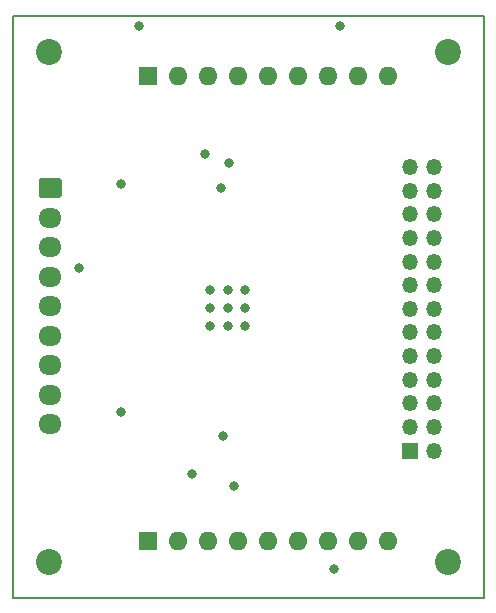
<source format=gbr>
%TF.GenerationSoftware,KiCad,Pcbnew,(5.1.10)-1*%
%TF.CreationDate,2021-09-07T21:02:14-03:00*%
%TF.ProjectId,SSC,5353432e-6b69-4636-9164-5f7063625858,rev?*%
%TF.SameCoordinates,Original*%
%TF.FileFunction,Soldermask,Bot*%
%TF.FilePolarity,Negative*%
%FSLAX46Y46*%
G04 Gerber Fmt 4.6, Leading zero omitted, Abs format (unit mm)*
G04 Created by KiCad (PCBNEW (5.1.10)-1) date 2021-09-07 21:02:14*
%MOMM*%
%LPD*%
G01*
G04 APERTURE LIST*
%TA.AperFunction,Profile*%
%ADD10C,0.150000*%
%TD*%
%ADD11C,2.200000*%
%ADD12O,1.950000X1.700000*%
%ADD13O,1.350000X1.350000*%
%ADD14R,1.350000X1.350000*%
%ADD15O,1.600000X1.600000*%
%ADD16R,1.600000X1.600000*%
%ADD17C,0.800000*%
G04 APERTURE END LIST*
D10*
X154178000Y-40640000D02*
X114300000Y-40640000D01*
X154178000Y-89916000D02*
X154178000Y-40640000D01*
X114300000Y-89916000D02*
X154178000Y-89916000D01*
X114300000Y-89408000D02*
X114300000Y-89916000D01*
X114300000Y-40640000D02*
X114300000Y-89408000D01*
D11*
%TO.C,REF\u002A\u002A*%
X151130000Y-43688000D03*
%TD*%
%TO.C,REF\u002A\u002A*%
X117348000Y-86868000D03*
%TD*%
%TO.C,REF\u002A\u002A*%
X151130000Y-86868000D03*
%TD*%
%TO.C,REF\u002A\u002A*%
X117348000Y-43688000D03*
%TD*%
D12*
%TO.C,J1*%
X117475000Y-75245000D03*
X117475000Y-72745000D03*
X117475000Y-70245000D03*
X117475000Y-67745000D03*
X117475000Y-65245000D03*
X117475000Y-62745000D03*
X117475000Y-60245000D03*
X117475000Y-57745000D03*
G36*
G01*
X116750000Y-54395000D02*
X118200000Y-54395000D01*
G75*
G02*
X118450000Y-54645000I0J-250000D01*
G01*
X118450000Y-55845000D01*
G75*
G02*
X118200000Y-56095000I-250000J0D01*
G01*
X116750000Y-56095000D01*
G75*
G02*
X116500000Y-55845000I0J250000D01*
G01*
X116500000Y-54645000D01*
G75*
G02*
X116750000Y-54395000I250000J0D01*
G01*
G37*
%TD*%
D13*
%TO.C,J2*%
X149955000Y-53470000D03*
X147955000Y-53470000D03*
X149955000Y-55470000D03*
X147955000Y-55470000D03*
X149955000Y-57470000D03*
X147955000Y-57470000D03*
X149955000Y-59470000D03*
X147955000Y-59470000D03*
X149955000Y-61470000D03*
X147955000Y-61470000D03*
X149955000Y-63470000D03*
X147955000Y-63470000D03*
X149955000Y-65470000D03*
X147955000Y-65470000D03*
X149955000Y-67470000D03*
X147955000Y-67470000D03*
X149955000Y-69470000D03*
X147955000Y-69470000D03*
X149955000Y-71470000D03*
X147955000Y-71470000D03*
X149955000Y-73470000D03*
X147955000Y-73470000D03*
X149955000Y-75470000D03*
X147955000Y-75470000D03*
X149955000Y-77470000D03*
D14*
X147955000Y-77470000D03*
%TD*%
D15*
%TO.C,RN2*%
X146050000Y-85090000D03*
X143510000Y-85090000D03*
X140970000Y-85090000D03*
X138430000Y-85090000D03*
X135890000Y-85090000D03*
X133350000Y-85090000D03*
X130810000Y-85090000D03*
X128270000Y-85090000D03*
D16*
X125730000Y-85090000D03*
%TD*%
D15*
%TO.C,RN1*%
X146050000Y-45720000D03*
X143510000Y-45720000D03*
X140970000Y-45720000D03*
X138430000Y-45720000D03*
X135890000Y-45720000D03*
X133350000Y-45720000D03*
X130810000Y-45720000D03*
X128270000Y-45720000D03*
D16*
X125730000Y-45720000D03*
%TD*%
D17*
X132588000Y-53107000D03*
X125000000Y-41500000D03*
X142000000Y-41500000D03*
X129500000Y-79500000D03*
X133000000Y-80500000D03*
X141500000Y-87500000D03*
X130990000Y-66910000D03*
X130990000Y-65410000D03*
X132490000Y-65410000D03*
X132490000Y-66910000D03*
X130990000Y-63910000D03*
X132490000Y-63910000D03*
X133990000Y-63910000D03*
X133990000Y-65410000D03*
X133990000Y-66910000D03*
X130556000Y-52324000D03*
X123444000Y-54864000D03*
X119888000Y-61976000D03*
X132080000Y-76200000D03*
X123444000Y-74168000D03*
X131958847Y-55250847D03*
M02*

</source>
